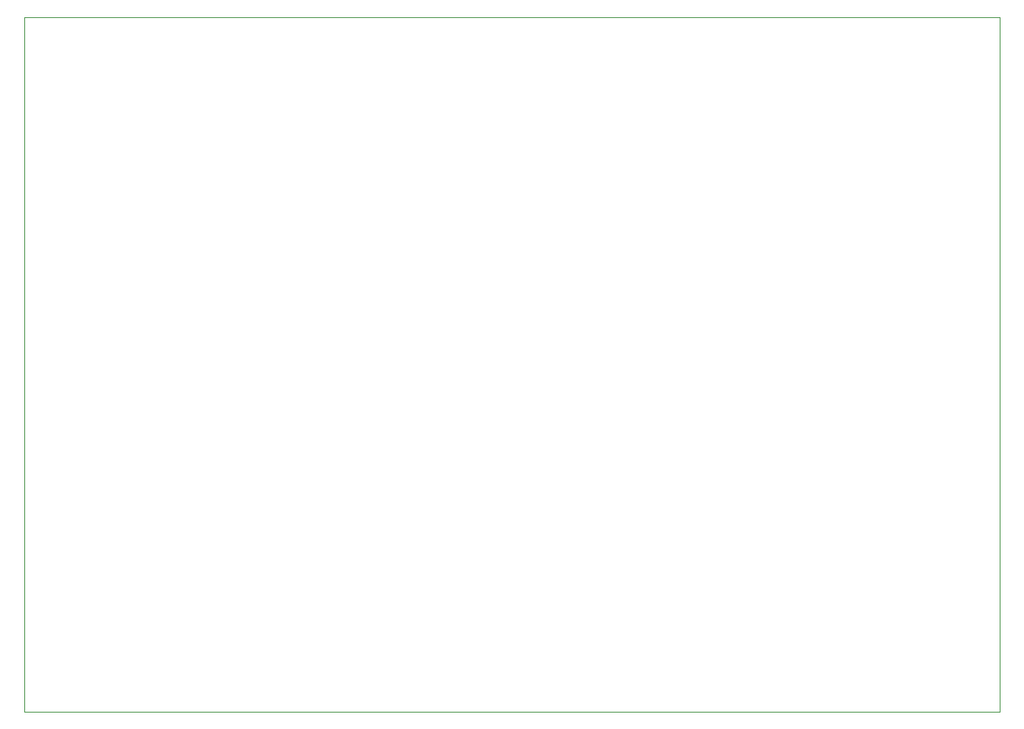
<source format=gbr>
%TF.GenerationSoftware,KiCad,Pcbnew,(6.0.6)*%
%TF.CreationDate,2022-09-20T00:44:41-05:00*%
%TF.ProjectId,rp2040-board,72703230-3430-42d6-926f-6172642e6b69,rev?*%
%TF.SameCoordinates,Original*%
%TF.FileFunction,Profile,NP*%
%FSLAX46Y46*%
G04 Gerber Fmt 4.6, Leading zero omitted, Abs format (unit mm)*
G04 Created by KiCad (PCBNEW (6.0.6)) date 2022-09-20 00:44:41*
%MOMM*%
%LPD*%
G01*
G04 APERTURE LIST*
%TA.AperFunction,Profile*%
%ADD10C,0.025400*%
%TD*%
G04 APERTURE END LIST*
D10*
X97650000Y-63005200D02*
X97650000Y-138100000D01*
X202952600Y-63000000D02*
X97650000Y-63005200D01*
X202952600Y-138094800D02*
X202952600Y-63000000D01*
X97650000Y-138100000D02*
X202952600Y-138094800D01*
M02*

</source>
